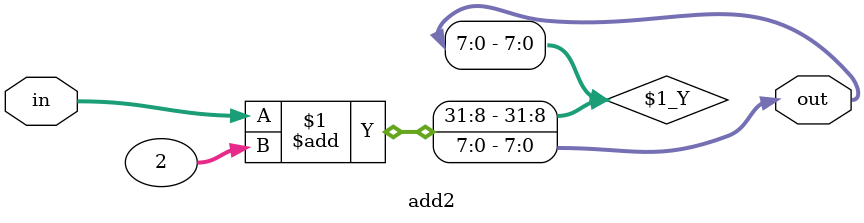
<source format=v>
module add2(in,out);

input [7:0]in;
output [7:0]out;

assign out=in+2;

endmodule
</source>
